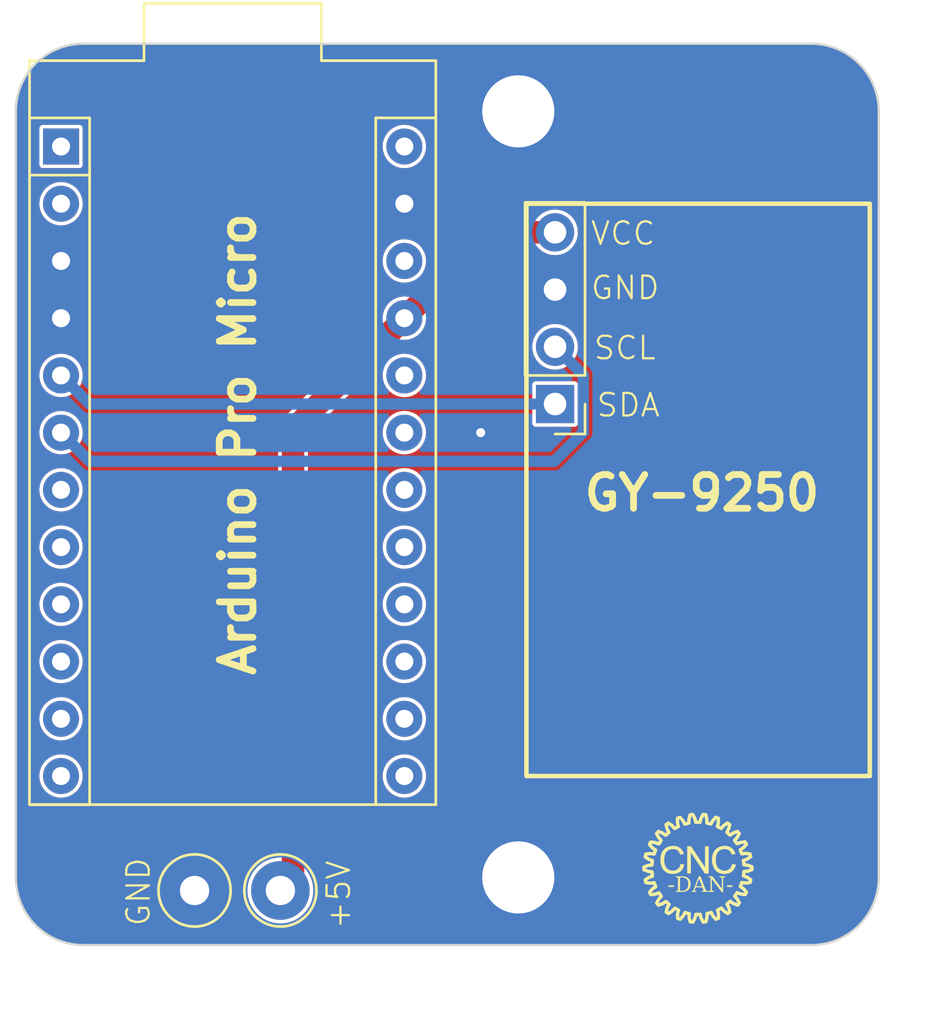
<source format=kicad_pcb>
(kicad_pcb (version 20240108) (generator "pcbnew") (generator_version "8.0")
  (layers (0 "F.Cu" signal) (31 "B.Cu" signal) (34 "B.Paste" user) (35 "F.Paste" user) (36 "B.SilkS" user "B.Silkscreen") (37 "F.SilkS" user "F.Silkscreen") (38 "B.Mask" user) (39 "F.Mask" user) (44 "Edge.Cuts" user))
  (net 0 "")
  (net 1 "GND")
  (net 2 "VCC")
  (net 21 "/SDA")
  (net 22 "/SCL")
  (footprint "Connector_Pin:Pin_D1.3mm_L11.0mm" (layer "F.Cu") (at 150.368 132.08)
    (property "Reference" "TP1" (hide yes))
    (property "Value" "TestPoint")
    (fp_circle (center 0 0) (end 1.6 0.05) (stroke (width 0.12)) (fill none) (layer "F.SilkS"))
    (pad "1" thru_hole circle (at 0 0) (size 2.6 2.6) (drill 1.3) (layers "*.Cu" "*.Mask") (net 1 "GND"))
  )
  (footprint "MountingHole:MountingHole_3.2mm_M3_DIN965_Pad" (layer "F.Cu") (at 164.7375 97.5)
    (property "Reference" "H1" (hide yes))
    (property "Value" "MountingHole_Pad")
    (pad "1" thru_hole circle (at 0 0) (size 5.6 5.6) (drill 3.2) (layers "*.Cu" "*.Mask") (net 1 "GND"))
  )
  (footprint "Connector_PinHeader_2.54mm:PinHeader_1x04_P2.54mm_Vertical" (layer "F.Cu") (at 166.37 110.49 180)
    (property "Reference" "J5" (hide yes))
    (property "Value" "Conn_01x04_Pin")
    (fp_line (start 1.33 1.27) (end 1.33 8.95) (stroke (width 0.12)) (layer "F.SilkS"))
    (fp_line (start -1.33 8.95) (end 1.33 8.95) (stroke (width 0.12)) (layer "F.SilkS"))
    (fp_line (start -1.33 1.27) (end 1.33 1.27) (stroke (width 0.12)) (layer "F.SilkS"))
    (fp_line (start -1.33 1.27) (end -1.33 8.95) (stroke (width 0.12)) (layer "F.SilkS"))
    (fp_line (start -1.33 0) (end -1.33 -1.33) (stroke (width 0.12)) (layer "F.SilkS"))
    (fp_line (start -1.33 -1.33) (end 0 -1.33) (stroke (width 0.12)) (layer "F.SilkS"))
    (pad "1" thru_hole rect (at 0 0 180) (size 1.7 1.7) (drill 1) (layers "*.Cu" "*.Mask") (net 21 "/SDA"))
    (pad "2" thru_hole oval (at 0 2.54 180) (size 1.7 1.7) (drill 1) (layers "*.Cu" "*.Mask") (net 22 "/SCL"))
    (pad "3" thru_hole oval (at 0 5.08 180) (size 1.7 1.7) (drill 1) (layers "*.Cu" "*.Mask") (net 1 "GND"))
    (pad "4" thru_hole oval (at 0 7.62 180) (size 1.7 1.7) (drill 1) (layers "*.Cu" "*.Mask") (net 2 "VCC"))
  )
  (footprint "Arduino:Sparkfun_Pro_Micro" (layer "F.Cu") (at 159.680657 127 180)
    (property "Reference" "U1" (hide yes))
    (property "Value" "Sparkfun_Pro_Micro")
    (fp_line (start 16.637 31.75) (end 16.64 -1.27) (stroke (width 0.12)) (layer "F.SilkS"))
    (fp_line (start 16.637 -1.27) (end 1.27 -1.27) (stroke (width 0.12)) (layer "F.SilkS"))
    (fp_line (start 13.97 29.21) (end 16.64 29.21) (stroke (width 0.12)) (layer "F.SilkS"))
    (fp_line (start 13.97 26.67) (end 16.64 26.67) (stroke (width 0.12)) (layer "F.SilkS"))
    (fp_line (start 13.97 -1.27) (end 16.64 -1.27) (stroke (width 0.12)) (layer "F.SilkS"))
    (fp_line (start 13.97 -1.27) (end 13.97 29.21) (stroke (width 0.12)) (layer "F.SilkS"))
    (fp_line (start 11.557 34.29) (end 11.557 31.75) (stroke (width 0.12)) (layer "F.SilkS"))
    (fp_line (start 11.557 31.75) (end 16.637 31.75) (stroke (width 0.12)) (layer "F.SilkS"))
    (fp_line (start 3.683 34.29) (end 11.557 34.29) (stroke (width 0.12)) (layer "F.SilkS"))
    (fp_line (start 3.683 34.29) (end 3.683 31.75) (stroke (width 0.12)) (layer "F.SilkS"))
    (fp_line (start 1.27 29.21) (end -1.4 29.21) (stroke (width 0.12)) (layer "F.SilkS"))
    (fp_line (start 1.27 1.27) (end 1.27 29.21) (stroke (width 0.12)) (layer "F.SilkS"))
    (fp_line (start 1.27 1.27) (end 1.27 -1.27) (stroke (width 0.12)) (layer "F.SilkS"))
    (fp_line (start 1.27 -1.27) (end -1.397 -1.27) (stroke (width 0.12)) (layer "F.SilkS"))
    (fp_line (start -1.397 31.75) (end 3.683 31.75) (stroke (width 0.12)) (layer "F.SilkS"))
    (fp_line (start -1.397 -1.27) (end -1.397 31.75) (stroke (width 0.12)) (layer "F.SilkS"))
    (pad "1" thru_hole rect (at 15.24 27.94 180) (size 1.6 1.6) (drill 0.8) (layers "*.Cu" "*.Mask"))
    (pad "2" thru_hole oval (at 15.24 25.4 180) (size 1.6 1.6) (drill 0.8) (layers "*.Cu" "*.Mask"))
    (pad "3" thru_hole oval (at 15.24 22.86 180) (size 1.6 1.6) (drill 0.8) (layers "*.Cu" "*.Mask") (net 1 "GND"))
    (pad "4" thru_hole oval (at 15.24 20.32 180) (size 1.6 1.6) (drill 0.8) (layers "*.Cu" "*.Mask") (net 1 "GND"))
    (pad "5" thru_hole oval (at 15.24 17.78 180) (size 1.6 1.6) (drill 0.8) (layers "*.Cu" "*.Mask") (net 21 "/SDA"))
    (pad "6" thru_hole oval (at 15.24 15.24 180) (size 1.6 1.6) (drill 0.8) (layers "*.Cu" "*.Mask") (net 22 "/SCL"))
    (pad "7" thru_hole oval (at 15.24 12.7 180) (size 1.6 1.6) (drill 0.8) (layers "*.Cu" "*.Mask"))
    (pad "8" thru_hole oval (at 15.24 10.16 180) (size 1.6 1.6) (drill 0.8) (layers "*.Cu" "*.Mask"))
    (pad "9" thru_hole oval (at 15.24 7.62 180) (size 1.6 1.6) (drill 0.8) (layers "*.Cu" "*.Mask"))
    (pad "10" thru_hole oval (at 15.24 5.08 180) (size 1.6 1.6) (drill 0.8) (layers "*.Cu" "*.Mask"))
    (pad "11" thru_hole oval (at 15.24 2.54 180) (size 1.6 1.6) (drill 0.8) (layers "*.Cu" "*.Mask"))
    (pad "12" thru_hole oval (at 15.24 0 180) (size 1.6 1.6) (drill 0.8) (layers "*.Cu" "*.Mask"))
    (pad "13" thru_hole oval (at 0 0 180) (size 1.6 1.6) (drill 0.8) (layers "*.Cu" "*.Mask"))
    (pad "14" thru_hole oval (at 0 2.54 180) (size 1.6 1.6) (drill 0.8) (layers "*.Cu" "*.Mask"))
    (pad "15" thru_hole oval (at 0 5.08 180) (size 1.6 1.6) (drill 0.8) (layers "*.Cu" "*.Mask"))
    (pad "16" thru_hole oval (at 0 7.62 180) (size 1.6 1.6) (drill 0.8) (layers "*.Cu" "*.Mask"))
    (pad "17" thru_hole oval (at 0 10.16 180) (size 1.6 1.6) (drill 0.8) (layers "*.Cu" "*.Mask"))
    (pad "18" thru_hole oval (at 0 12.7 180) (size 1.6 1.6) (drill 0.8) (layers "*.Cu" "*.Mask"))
    (pad "19" thru_hole oval (at 0 15.24 180) (size 1.6 1.6) (drill 0.8) (layers "*.Cu" "*.Mask"))
    (pad "20" thru_hole oval (at 0 17.78 180) (size 1.6 1.6) (drill 0.8) (layers "*.Cu" "*.Mask"))
    (pad "21" thru_hole oval (at 0 20.32 180) (size 1.6 1.6) (drill 0.8) (layers "*.Cu" "*.Mask") (net 2 "VCC"))
    (pad "22" thru_hole oval (at 0 22.86 180) (size 1.6 1.6) (drill 0.8) (layers "*.Cu" "*.Mask"))
    (pad "23" thru_hole oval (at 0 25.4 180) (size 1.6 1.6) (drill 0.8) (layers "*.Cu" "*.Mask") (net 1 "GND"))
    (pad "24" thru_hole oval (at 0 27.94 180) (size 1.6 1.6) (drill 0.8) (layers "*.Cu" "*.Mask"))
  )
  (footprint "Connector_Pin:Pin_D1.3mm_L11.0mm" (layer "F.Cu") (at 154.178 132.08)
    (property "Reference" "TP2" (hide yes))
    (property "Value" "TestPoint")
    (fp_circle (center 0 0) (end 1.6 0.05) (stroke (width 0.12)) (fill none) (layer "F.SilkS"))
    (pad "1" thru_hole circle (at 0 0) (size 2.6 2.6) (drill 1.3) (layers "*.Cu" "*.Mask") (net 2 "VCC"))
  )
  (footprint "MountingHole:MountingHole_3.2mm_M3_DIN965_Pad" (layer "F.Cu") (at 164.7375 131.5)
    (property "Reference" "H2" (hide yes))
    (property "Value" "MountingHole_Pad")
    (pad "1" thru_hole circle (at 0 0) (size 5.6 5.6) (drill 3.2) (layers "*.Cu" "*.Mask") (net 1 "GND"))
  )
  (gr_rect (start 165.1 101.6) (end 180.34 127) (stroke (width 0.2)) (fill none) (layer "F.SilkS"))
  (gr_poly (pts (xy 174.123279 131.296583) (xy 174.216076 131.239536) (xy 174.293613 131.16076) (xy 174.353435 131.061345) (xy 174.395542 130.941289) (xy 174.237142 130.901164) (xy 174.208692 130.993884) (xy 174.166967 131.070044) (xy 174.111967 131.129643) (xy 174.045784 131.172408) (xy 173.970509 131.198068) (xy 173.886142 131.206621) (xy 173.780394 131.192495) (xy 173.682414 131.150118) (xy 173.600694 131.079179) (xy 173.543729 130.979371) (xy 173.510289 130.855405) (xy 173.499142 130.711996) (xy 173.508552 130.594991) (xy 173.536782 130.481464) (xy 173.588228 130.381042) (xy 173.667282 130.303349) (xy 173.771497 130.253603) (xy 173.898423 130.237021) (xy 174.008462 130.251967) (xy 174.098054 130.296805) (xy 174.168011 130.3744) (xy 174.219142 130.487614) (xy 174.375142 130.450752) (xy 174.334713 130.34831) (xy 174.27775 130.26241) (xy 174.204254 130.193052) (xy 174.116134 130.142146) (xy 174.015296 130.111602) (xy 173.901742 130.101421) (xy 173.749761 130.119529) (xy 173.61107 130.173852) (xy 173.529762 130.229598) (xy 173.461899 130.30026) (xy 173.407482 130.385839) (xy 173.367738 130.484196) (xy 173.343891 130.593189) (xy 173.335942 130.712821) (xy 173.351783 130.879175) (xy 173.399307 131.034477) (xy 173.448 131.126461) (xy 173.509591 131.202714) (xy 173.584079 131.263236) (xy 173.673059 131.307117) (xy 173.778121 131.333445) (xy 173.899267 131.342221) (xy 174.017676 131.330811)) (stroke (width 0.01)) (fill solid) (layer "F.SilkS"))
  (gr_poly (pts (xy 171.208399 130.711996) (xy 171.217809 130.594991) (xy 171.24604 130.481464) (xy 171.297485 130.381042) (xy 171.37654 130.303349) (xy 171.480755 130.253603) (xy 171.60768 130.237021) (xy 171.717719 130.251967) (xy 171.807312 130.296805) (xy 171.877268 130.3744) (xy 171.928399 130.487614) (xy 172.084399 130.450752) (xy 172.04397 130.34831) (xy 171.987007 130.26241) (xy 171.913512 130.193052) (xy 171.825391 130.142146) (xy 171.724553 130.111602) (xy 171.610999 130.101421) (xy 171.459019 130.119529) (xy 171.320327 130.173852) (xy 171.239019 130.229598) (xy 171.171156 130.30026) (xy 171.11674 130.385839) (xy 171.076995 130.484196) (xy 171.053148 130.593189) (xy 171.045199 130.712821) (xy 171.06104 130.879175) (xy 171.108565 131.034477) (xy 171.157257 131.126461) (xy 171.218848 131.202714) (xy 171.293337 131.263236) (xy 171.382316 131.307117) (xy 171.487378 131.333445) (xy 171.608524 131.342221) (xy 171.726933 131.330811) (xy 171.832537 131.296583) (xy 171.925333 131.239536) (xy 172.00287 131.16076) (xy 172.062692 131.061345) (xy 172.104799 130.941289) (xy 171.946399 130.901164) (xy 171.917949 130.993884) (xy 171.876224 131.070044) (xy 171.821224 131.129643) (xy 171.755041 131.172408) (xy 171.679766 131.198068) (xy 171.595399 131.206621) (xy 171.489651 131.192495) (xy 171.391671 131.150118) (xy 171.309951 131.079179) (xy 171.252987 130.979371) (xy 171.219546 130.855405)) (stroke (width 0.01)) (fill solid) (layer "F.SilkS"))
  (gr_poly (pts (xy 172.240602 130.121821) (xy 172.240602 131.321821) (xy 172.393002 131.321821) (xy 172.393002 130.379858) (xy 173.021989 131.321821) (xy 173.185002 131.321821) (xy 173.185002 130.121821) (xy 173.032602 130.121821) (xy 173.032602 131.063764) (xy 172.403614 130.121821)) (stroke (width 0.01)) (fill solid) (layer "F.SilkS"))
  (gr_poly (pts (xy 175.0283 131.724833) (xy 175.057199 131.606993) (xy 174.891376 131.491029) (xy 174.733511 131.431378) (xy 174.756112 131.24143) (xy 174.922937 131.224748) (xy 175.111834 131.152594) (xy 175.111693 131.031262) (xy 174.922937 130.958352) (xy 174.755383 130.938214) (xy 174.73187 130.748377) (xy 174.889855 130.692256) (xy 175.055996 130.576992) (xy 175.026822 130.45922) (xy 174.826102 130.433601) (xy 174.658598 130.454146) (xy 174.590337 130.275453) (xy 174.730301 130.183154) (xy 174.86403 130.031479) (xy 174.807519 129.924111) (xy 174.6065 129.947272) (xy 174.44878 130.007306) (xy 174.339739 129.850141) (xy 174.453547 129.727029) (xy 174.547092 129.547759) (xy 174.466528 129.457035) (xy 174.276894 129.527629) (xy 174.138124 129.623663) (xy 173.994639 129.497161) (xy 174.075677 129.35039) (xy 174.123601 129.153942) (xy 174.023667 129.085135) (xy 173.856438 129.19906) (xy 173.744683 129.325514) (xy 173.575093 129.237026) (xy 173.618652 129.075126) (xy 173.618171 128.872917) (xy 173.504673 128.830025) (xy 173.369568 128.980661) (xy 173.291322 129.130185) (xy 173.105484 129.084853) (xy 173.109032 128.917234) (xy 173.060173 128.721016) (xy 172.939709 128.706532) (xy 172.844579 128.885123) (xy 172.80439 129.049027) (xy 172.613104 129.049487) (xy 172.576435 128.885889) (xy 172.482038 128.707066) (xy 172.361608 128.721832) (xy 172.311981 128.918) (xy 172.312186 129.086759) (xy 172.126568 129.132983) (xy 172.051812 128.982915) (xy 171.917363 128.831879) (xy 171.803966 128.875036) (xy 171.802728 129.07738) (xy 171.843313 129.241186) (xy 171.674151 129.330489) (xy 171.565654 129.202671) (xy 171.398967 129.0882) (xy 171.299193 129.15724) (xy 171.346415 129.354001) (xy 171.425022 129.503335) (xy 171.282147 129.630525) (xy 171.146214 129.532387) (xy 170.956976 129.461133) (xy 170.876624 129.552045) (xy 170.969561 129.731787) (xy 171.081623 129.857969) (xy 170.973338 130.015656) (xy 170.817869 129.9529) (xy 170.617077 129.929005) (xy 170.560817 130.036504) (xy 170.694069 130.188782) (xy 170.833071 130.28448) (xy 170.76567 130.463499) (xy 170.5997 130.439773) (xy 170.399024 130.464624) (xy 170.370125 130.582464) (xy 170.535947 130.698427) (xy 170.693812 130.758079) (xy 170.671212 130.948026) (xy 170.504387 130.964709) (xy 170.315489 131.036863) (xy 170.315631 131.158194) (xy 170.504387 131.231104) (xy 170.67194 131.251243) (xy 170.695453 131.44108) (xy 170.537468 131.497201) (xy 170.371327 131.612465) (xy 170.400502 131.730237) (xy 170.601221 131.755856) (xy 170.768725 131.735311) (xy 170.836986 131.914004) (xy 170.697023 132.006303) (xy 170.563294 132.157977) (xy 170.619805 132.265345) (xy 170.820823 132.242185) (xy 170.978543 132.182151) (xy 171.087584 132.339315) (xy 170.973777 132.462428) (xy 170.880232 132.641698) (xy 170.960796 132.732422) (xy 171.15043 132.661828) (xy 171.2892 132.565793) (xy 171.432684 132.692296) (xy 171.351646 132.839067) (xy 171.303722 133.035514) (xy 171.403656 133.104322) (xy 171.570886 132.990397) (xy 171.682641 132.863943) (xy 171.85223 132.952431) (xy 171.808672 133.114331) (xy 171.809153 133.316539) (xy 171.92265 133.359432) (xy 172.057756 133.208796) (xy 172.136001 133.059272) (xy 172.321839 133.104604) (xy 172.318291 133.272223) (xy 172.36715 133.468441) (xy 172.487614 133.482925) (xy 172.582745 133.304334) (xy 172.622933 133.140429) (xy 172.814219 133.13997) (xy 172.850889 133.303567) (xy 172.945286 133.482391) (xy 173.065716 133.467625) (xy 173.115342 133.271457) (xy 173.115138 133.102698) (xy 173.300756 133.056474) (xy 173.375511 133.206542) (xy 173.50996 133.357578) (xy 173.623357 133.314421) (xy 173.624595 133.112077) (xy 173.58401 132.94827) (xy 173.753172 132.858968) (xy 173.861669 132.986786) (xy 174.028357 133.101257) (xy 174.12813 133.032216) (xy 174.080908 132.835456) (xy 174.002301 132.686122) (xy 174.145176 132.558931) (xy 174.281109 132.65707) (xy 174.470348 132.728324) (xy 174.550699 132.637412) (xy 174.457762 132.45767) (xy 174.345701 132.331487) (xy 174.453986 132.1738) (xy 174.609455 132.236556) (xy 174.810247 132.260452) (xy 174.866507 132.152952) (xy 174.733255 132.000675) (xy 174.594252 131.904977) (xy 174.661654 131.725958) (xy 174.827624 131.749684)) (stroke (width 0.15)) (fill none) (layer "F.SilkS"))
  (gr_arc (start 180.7375 131.5) (mid 179.85882 133.62132) (end 177.7375 134.5) (layer "Edge.Cuts"))
  (gr_line (start 177.7375 94.5) (end 145.4375 94.5) (layer "Edge.Cuts"))
  (gr_line (start 142.4375 97.5) (end 142.4375 131.5) (layer "Edge.Cuts"))
  (gr_line (start 145.4375 134.5) (end 177.7375 134.5) (layer "Edge.Cuts"))
  (gr_arc (start 142.4375 97.5) (mid 143.31618 95.37868) (end 145.4375 94.5) (layer "Edge.Cuts"))
  (gr_line (start 180.7375 131.5) (end 180.7375 97.5) (layer "Edge.Cuts"))
  (gr_arc (start 145.4375 134.5) (mid 143.31618 133.62132) (end 142.4375 131.5) (layer "Edge.Cuts"))
  (gr_arc (start 177.7375 94.5) (mid 179.85882 95.37868) (end 180.7375 97.5) (layer "Edge.Cuts"))
  (gr_text "Arduino Pro Micro" (at 153.162 122.682 90) (layer "F.SilkS") (effects (font (size 1.5 1.5) (thickness 0.3) (bold yes)) (justify left bottom)))
  (gr_text "GND" (at 148.463 133.731 90) (layer "F.SilkS") (effects (font (size 1 1) (thickness 0.1)) (justify left bottom)))
  (gr_text "-DAN-" (at 171.360757 132.259446 0) (layer "F.SilkS") (effects (font (size 0.68 0.68)) (justify left bottom)))
  (gr_text "VCC" (at 167.894 103.505 0) (layer "F.SilkS") (effects (font (size 1 1) (thickness 0.1)) (justify left bottom)))
  (gr_text "GY-9250" (at 167.513 115.316 0) (layer "F.SilkS") (effects (font (size 1.5 1.5) (thickness 0.3) (bold yes)) (justify left bottom)))
  (gr_text "+5V" (at 157.353 133.858 90) (layer "F.SilkS") (effects (font (size 1 1) (thickness 0.1)) (justify left bottom)))
  (gr_text "SCL" (at 168.021 108.585 0) (layer "F.SilkS") (effects (font (size 1 1) (thickness 0.1)) (justify left bottom)))
  (gr_text "SDA" (at 168.148 111.125 0) (layer "F.SilkS") (effects (font (size 1 1) (thickness 0.1)) (justify left bottom)))
  (gr_text "GND" (at 167.894 105.918 0) (layer "F.SilkS") (effects (font (size 1 1) (thickness 0.1)) (justify left bottom)))
  (via (at 163.068 111.76) (size 0.8) (drill 0.4) (layers "F.Cu" "B.Cu") (net 1))
  (segment (start 159.680657 106.68) (end 154.739754 111.620903) (width 1) (layer "F.Cu") (net 2))
  (segment (start 154.739754 111.620903) (end 154.739754 131.518246) (width 1) (layer "F.Cu") (net 2))
  (segment (start 154.739754 131.518246) (end 154.178 132.08) (width 1) (layer "F.Cu") (net 2))
  (segment (start 163.490657 102.87) (end 159.680657 106.68) (width 1) (layer "F.Cu") (net 2))
  (segment (start 166.37 102.87) (end 163.490657 102.87) (width 1) (layer "F.Cu") (net 2))
  (segment (start 166.37 110.49) (end 145.710657 110.49) (width 0.5) (layer "B.Cu") (net 21))
  (segment (start 145.710657 110.49) (end 144.440657 109.22) (width 0.5) (layer "B.Cu") (net 21))
  (segment (start 145.710657 113.03) (end 144.440657 111.76) (width 0.5) (layer "B.Cu") (net 22))
  (segment (start 166.37 107.95) (end 167.6224 109.2024) (width 0.5) (layer "B.Cu") (net 22))
  (segment (start 167.6224 109.2024) (end 167.6224 111.7424) (width 0.5) (layer "B.Cu") (net 22))
  (segment (start 166.3348 113.03) (end 145.710657 113.03) (width 0.5) (layer "B.Cu") (net 22))
  (segment (start 167.6224 111.7424) (end 166.3348 113.03) (width 0.5) (layer "B.Cu") (net 22))
  (zone (net 1) (net_name "GND") (layers "F&B.Cu") (connect_pads yes (clearance 0.16)) (min_thickness 0.25) (fill yes (thermal_gap 0.5) (thermal_bridge_width 0.5))
    (polygon (pts (xy 141.732 136.017) (xy 182.88 135.89) (xy 182.88 93.98) (xy 141.732 93.726)))
  )
)
</source>
